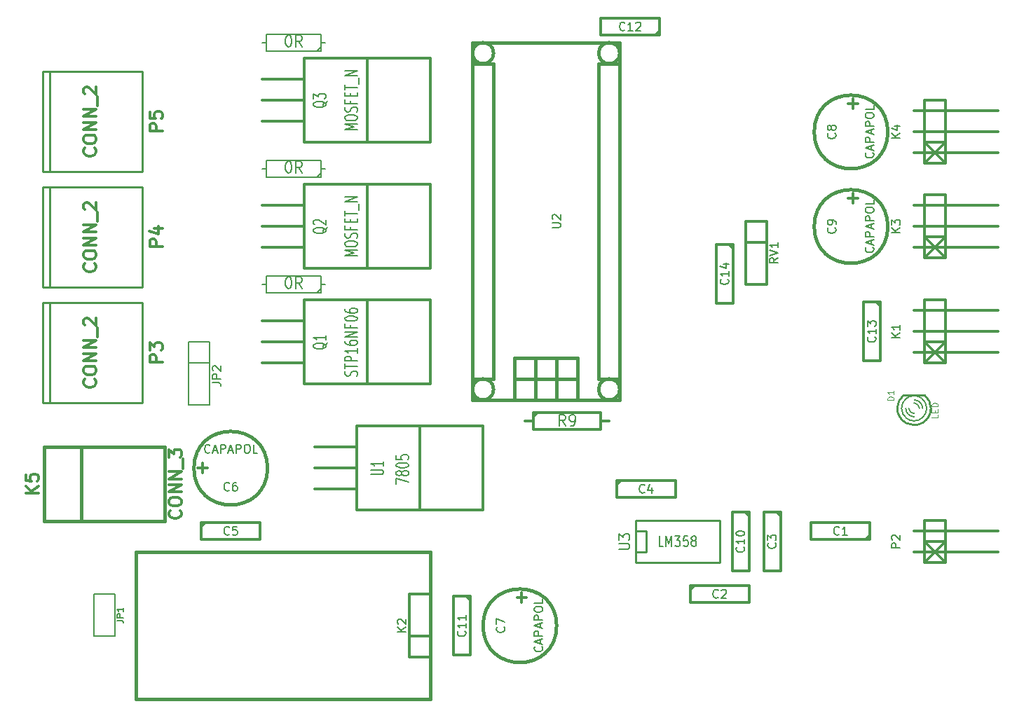
<source format=gto>
G04 #@! TF.GenerationSoftware,KiCad,Pcbnew,5.0.0-fee4fd1~66~ubuntu16.04.1*
G04 #@! TF.CreationDate,2018-09-21T19:17:15+02:00*
G04 #@! TF.ProjectId,smartbed,736D6172746265642E6B696361645F70,rev?*
G04 #@! TF.SameCoordinates,Original*
G04 #@! TF.FileFunction,Legend,Top*
G04 #@! TF.FilePolarity,Positive*
%FSLAX46Y46*%
G04 Gerber Fmt 4.6, Leading zero omitted, Abs format (unit mm)*
G04 Created by KiCad (PCBNEW 5.0.0-fee4fd1~66~ubuntu16.04.1) date Fri Sep 21 19:17:15 2018*
%MOMM*%
%LPD*%
G01*
G04 APERTURE LIST*
%ADD10C,0.381000*%
%ADD11C,0.304800*%
%ADD12C,0.152400*%
%ADD13C,0.254000*%
%ADD14C,0.203200*%
%ADD15C,0.088900*%
G04 APERTURE END LIST*
D10*
X134620000Y-137160000D02*
X134620000Y-119380000D01*
X99060000Y-137160000D02*
X134620000Y-137160000D01*
X99060000Y-119380000D02*
X99060000Y-137160000D01*
X134620000Y-119380000D02*
X99060000Y-119380000D01*
D11*
G04 #@! TO.C,Q2*
X114300000Y-77470000D02*
X119380000Y-77470000D01*
X114300000Y-80010000D02*
X119380000Y-80010000D01*
X114300000Y-82550000D02*
X119380000Y-82550000D01*
X119380000Y-74930000D02*
X134620000Y-74930000D01*
X134620000Y-74930000D02*
X134620000Y-85090000D01*
X134620000Y-85090000D02*
X119380000Y-85090000D01*
X119380000Y-85090000D02*
X119380000Y-74930000D01*
X127000000Y-85090000D02*
X127000000Y-74930000D01*
G04 #@! TO.C,Q1*
X114300000Y-91440000D02*
X119380000Y-91440000D01*
X114300000Y-93980000D02*
X119380000Y-93980000D01*
X114300000Y-96520000D02*
X119380000Y-96520000D01*
X119380000Y-88900000D02*
X134620000Y-88900000D01*
X134620000Y-88900000D02*
X134620000Y-99060000D01*
X134620000Y-99060000D02*
X119380000Y-99060000D01*
X119380000Y-99060000D02*
X119380000Y-88900000D01*
X127000000Y-99060000D02*
X127000000Y-88900000D01*
G04 #@! TO.C,Q3*
X114300000Y-62230000D02*
X119380000Y-62230000D01*
X114300000Y-64770000D02*
X119380000Y-64770000D01*
X114300000Y-67310000D02*
X119380000Y-67310000D01*
X119380000Y-59690000D02*
X134620000Y-59690000D01*
X134620000Y-59690000D02*
X134620000Y-69850000D01*
X134620000Y-69850000D02*
X119380000Y-69850000D01*
X119380000Y-69850000D02*
X119380000Y-59690000D01*
X127000000Y-69850000D02*
X127000000Y-59690000D01*
G04 #@! TO.C,K3*
X194310000Y-83820000D02*
X196850000Y-81280000D01*
X194310000Y-81280000D02*
X196850000Y-83820000D01*
X194310000Y-83820000D02*
X194310000Y-76200000D01*
X194310000Y-76200000D02*
X196850000Y-76200000D01*
X196850000Y-76200000D02*
X196850000Y-83820000D01*
X194310000Y-81280000D02*
X196850000Y-81280000D01*
X193040000Y-82550000D02*
X203200000Y-82550000D01*
X203200000Y-77470000D02*
X193040000Y-77470000D01*
X193040000Y-80010000D02*
X203200000Y-80010000D01*
X196850000Y-83820000D02*
X194310000Y-83820000D01*
G04 #@! TO.C,K1*
X194310000Y-96520000D02*
X196850000Y-93980000D01*
X194310000Y-93980000D02*
X196850000Y-96520000D01*
X194310000Y-96520000D02*
X194310000Y-88900000D01*
X194310000Y-88900000D02*
X196850000Y-88900000D01*
X196850000Y-88900000D02*
X196850000Y-96520000D01*
X194310000Y-93980000D02*
X196850000Y-93980000D01*
X193040000Y-95250000D02*
X203200000Y-95250000D01*
X203200000Y-90170000D02*
X193040000Y-90170000D01*
X193040000Y-92710000D02*
X203200000Y-92710000D01*
X196850000Y-96520000D02*
X194310000Y-96520000D01*
G04 #@! TO.C,K4*
X194310000Y-72390000D02*
X196850000Y-69850000D01*
X194310000Y-69850000D02*
X196850000Y-72390000D01*
X194310000Y-72390000D02*
X194310000Y-64770000D01*
X194310000Y-64770000D02*
X196850000Y-64770000D01*
X196850000Y-64770000D02*
X196850000Y-72390000D01*
X194310000Y-69850000D02*
X196850000Y-69850000D01*
X193040000Y-71120000D02*
X203200000Y-71120000D01*
X203200000Y-66040000D02*
X193040000Y-66040000D01*
X193040000Y-68580000D02*
X203200000Y-68580000D01*
X196850000Y-72390000D02*
X194310000Y-72390000D01*
G04 #@! TO.C,RV1*
X172720000Y-81915000D02*
X175260000Y-81915000D01*
X175260000Y-79375000D02*
X175260000Y-86995000D01*
X175260000Y-86995000D02*
X172720000Y-86995000D01*
X172720000Y-86995000D02*
X172720000Y-79375000D01*
X172720000Y-79375000D02*
X175260000Y-79375000D01*
G04 #@! TO.C,K2*
X134620000Y-129540000D02*
X132080000Y-129540000D01*
X132080000Y-132080000D02*
X132080000Y-124460000D01*
X132080000Y-124460000D02*
X134620000Y-124460000D01*
X134620000Y-124460000D02*
X134620000Y-132080000D01*
X134620000Y-132080000D02*
X132080000Y-132080000D01*
G04 #@! TO.C,P2*
X196850000Y-118110000D02*
X194310000Y-120650000D01*
X196850000Y-118110000D02*
X194310000Y-118110000D01*
X194310000Y-118110000D02*
X196850000Y-120650000D01*
X196850000Y-120650000D02*
X196850000Y-115570000D01*
X196850000Y-115570000D02*
X194310000Y-115570000D01*
X194310000Y-115570000D02*
X194310000Y-120650000D01*
X193040000Y-119380000D02*
X203200000Y-119380000D01*
X193040000Y-116840000D02*
X203200000Y-116840000D01*
X196850000Y-120650000D02*
X194310000Y-120650000D01*
D12*
G04 #@! TO.C,JP2*
X105410000Y-93980000D02*
X107950000Y-93980000D01*
X107950000Y-93980000D02*
X107950000Y-101600000D01*
X107950000Y-101600000D02*
X105410000Y-101600000D01*
X105410000Y-101600000D02*
X105410000Y-93980000D01*
X107950000Y-96520000D02*
X105410000Y-96520000D01*
G04 #@! TO.C,JP1*
X93980000Y-124460000D02*
X96520000Y-124460000D01*
X96520000Y-124460000D02*
X96520000Y-129540000D01*
X96520000Y-129540000D02*
X93980000Y-129540000D01*
X93980000Y-129540000D02*
X93980000Y-124460000D01*
D13*
G04 #@! TO.C,P4*
X88590120Y-87330280D02*
X88590120Y-75229720D01*
X99788980Y-75229720D02*
X99788980Y-87330280D01*
X99788980Y-87330280D02*
X87790020Y-87330280D01*
X87790020Y-75229720D02*
X87790020Y-87330280D01*
X99788980Y-75229720D02*
X87790020Y-75229720D01*
G04 #@! TO.C,P5*
X88590120Y-73360280D02*
X88590120Y-61259720D01*
X99788980Y-61259720D02*
X99788980Y-73360280D01*
X99788980Y-73360280D02*
X87790020Y-73360280D01*
X87790020Y-61259720D02*
X87790020Y-73360280D01*
X99788980Y-61259720D02*
X87790020Y-61259720D01*
G04 #@! TO.C,P3*
X88590120Y-101300280D02*
X88590120Y-89199720D01*
X99788980Y-89199720D02*
X99788980Y-101300280D01*
X99788980Y-101300280D02*
X87790020Y-101300280D01*
X87790020Y-89199720D02*
X87790020Y-101300280D01*
X99788980Y-89199720D02*
X87790020Y-89199720D01*
G04 #@! TO.C,D1*
X194310000Y-100406200D02*
X191770000Y-100406200D01*
D12*
X192064473Y-103151864D02*
G75*
G03X193040000Y-103505000I975527J1170864D01*
G01*
X193040469Y-103503111D02*
G75*
G03X194050920Y-103118920I-469J1522111D01*
G01*
X193039966Y-100458853D02*
G75*
G03X192049400Y-100825300I34J-1522147D01*
G01*
X194015527Y-100810136D02*
G75*
G03X193040000Y-100457000I-975527J-1170864D01*
G01*
X192152845Y-100741834D02*
G75*
G03X191516000Y-101981000I887155J-1239166D01*
G01*
X191516000Y-101981801D02*
G75*
G03X192125600Y-103200200I1524000J801D01*
G01*
X194562206Y-101980558D02*
G75*
G03X193974720Y-100779580I-1522206J-442D01*
G01*
X193976171Y-103183564D02*
G75*
G03X194564000Y-101981000I-936171J1202564D01*
G01*
X192405000Y-101981000D02*
G75*
G03X193040000Y-102616000I635000J0D01*
G01*
X192024000Y-101981000D02*
G75*
G03X193040000Y-102997000I1016000J0D01*
G01*
X193675000Y-101981000D02*
G75*
G03X193040000Y-101346000I-635000J0D01*
G01*
X194056000Y-101981000D02*
G75*
G03X193040000Y-100965000I-1016000J0D01*
G01*
D13*
X191736574Y-100422120D02*
G75*
G03X191008000Y-101981000I1303426J-1558880D01*
G01*
X191010540Y-101981975D02*
G75*
G03X192084960Y-103771700I2029460J975D01*
G01*
X195069386Y-101978448D02*
G75*
G03X194350640Y-100431600I-2029386J-2552D01*
G01*
X194049851Y-103744299D02*
G75*
G03X195072000Y-101981000I-1009851J1763299D01*
G01*
X192076653Y-103770130D02*
G75*
G03X193040000Y-104013000I963347J1789130D01*
G01*
X193040100Y-104011923D02*
G75*
G03X194104260Y-103710740I-100J2030923D01*
G01*
G04 #@! TO.C,U3*
X159385000Y-116840000D02*
X160655000Y-116840000D01*
X160655000Y-116840000D02*
X160655000Y-119380000D01*
X160655000Y-119380000D02*
X159385000Y-119380000D01*
X159385000Y-115570000D02*
X169545000Y-115570000D01*
X169545000Y-115570000D02*
X169545000Y-120650000D01*
X169545000Y-120650000D02*
X159385000Y-120650000D01*
X159385000Y-120650000D02*
X159385000Y-115570000D01*
D11*
G04 #@! TO.C,C1*
X187706000Y-117856000D02*
X180594000Y-117856000D01*
X180594000Y-117856000D02*
X180594000Y-115824000D01*
X180594000Y-115824000D02*
X187706000Y-115824000D01*
X187706000Y-115824000D02*
X187706000Y-117856000D01*
X187706000Y-117348000D02*
X187198000Y-117856000D01*
G04 #@! TO.C,C13*
X188976000Y-89154000D02*
X188976000Y-96266000D01*
X188976000Y-96266000D02*
X186944000Y-96266000D01*
X186944000Y-96266000D02*
X186944000Y-89154000D01*
X186944000Y-89154000D02*
X188976000Y-89154000D01*
X188468000Y-89154000D02*
X188976000Y-89662000D01*
G04 #@! TO.C,C12*
X162306000Y-56896000D02*
X155194000Y-56896000D01*
X155194000Y-56896000D02*
X155194000Y-54864000D01*
X155194000Y-54864000D02*
X162306000Y-54864000D01*
X162306000Y-54864000D02*
X162306000Y-56896000D01*
X162306000Y-56388000D02*
X161798000Y-56896000D01*
G04 #@! TO.C,C11*
X139446000Y-124714000D02*
X139446000Y-131826000D01*
X139446000Y-131826000D02*
X137414000Y-131826000D01*
X137414000Y-131826000D02*
X137414000Y-124714000D01*
X137414000Y-124714000D02*
X139446000Y-124714000D01*
X138938000Y-124714000D02*
X139446000Y-125222000D01*
G04 #@! TO.C,C10*
X173101000Y-114554000D02*
X173101000Y-121666000D01*
X173101000Y-121666000D02*
X171069000Y-121666000D01*
X171069000Y-121666000D02*
X171069000Y-114554000D01*
X171069000Y-114554000D02*
X173101000Y-114554000D01*
X172593000Y-114554000D02*
X173101000Y-115062000D01*
G04 #@! TO.C,C5*
X106934000Y-115824000D02*
X114046000Y-115824000D01*
X114046000Y-115824000D02*
X114046000Y-117856000D01*
X114046000Y-117856000D02*
X106934000Y-117856000D01*
X106934000Y-117856000D02*
X106934000Y-115824000D01*
X106934000Y-116332000D02*
X107442000Y-115824000D01*
G04 #@! TO.C,C4*
X157099000Y-110744000D02*
X164211000Y-110744000D01*
X164211000Y-110744000D02*
X164211000Y-112776000D01*
X164211000Y-112776000D02*
X157099000Y-112776000D01*
X157099000Y-112776000D02*
X157099000Y-110744000D01*
X157099000Y-111252000D02*
X157607000Y-110744000D01*
G04 #@! TO.C,C3*
X176911000Y-114554000D02*
X176911000Y-121666000D01*
X176911000Y-121666000D02*
X174879000Y-121666000D01*
X174879000Y-121666000D02*
X174879000Y-114554000D01*
X174879000Y-114554000D02*
X176911000Y-114554000D01*
X176403000Y-114554000D02*
X176911000Y-115062000D01*
G04 #@! TO.C,C2*
X165989000Y-123444000D02*
X173101000Y-123444000D01*
X173101000Y-123444000D02*
X173101000Y-125476000D01*
X173101000Y-125476000D02*
X165989000Y-125476000D01*
X165989000Y-125476000D02*
X165989000Y-123444000D01*
X165989000Y-123952000D02*
X166497000Y-123444000D01*
D10*
G04 #@! TO.C,C9*
X189865000Y-80010000D02*
G75*
G03X189865000Y-80010000I-4445000J0D01*
G01*
G04 #@! TO.C,C8*
X189865000Y-68580000D02*
G75*
G03X189865000Y-68580000I-4445000J0D01*
G01*
G04 #@! TO.C,C7*
X149860000Y-128270000D02*
G75*
G03X149860000Y-128270000I-4445000J0D01*
G01*
G04 #@! TO.C,C6*
X114935000Y-109220000D02*
G75*
G03X114935000Y-109220000I-4445000J0D01*
G01*
G04 #@! TO.C,U2*
X147320000Y-95885000D02*
X147320000Y-100965000D01*
X149860000Y-95885000D02*
X149860000Y-100965000D01*
X144780000Y-98425000D02*
X152400000Y-98425000D01*
X144780000Y-100965000D02*
X144780000Y-95885000D01*
X144780000Y-95885000D02*
X152400000Y-95885000D01*
X152400000Y-95885000D02*
X152400000Y-100965000D01*
X139700000Y-57785000D02*
X139700000Y-100965000D01*
X157480000Y-100965000D02*
X157480000Y-57785000D01*
X157480000Y-100965000D02*
X139700000Y-100965000D01*
X157480000Y-57785000D02*
X139700000Y-57785000D01*
X142240000Y-99695000D02*
G75*
G03X142240000Y-99695000I-1270000J0D01*
G01*
X157480000Y-99695000D02*
G75*
G03X157480000Y-99695000I-1270000J0D01*
G01*
X142240000Y-59055000D02*
G75*
G03X142240000Y-59055000I-1270000J0D01*
G01*
X157480000Y-59055000D02*
G75*
G03X157480000Y-59055000I-1270000J0D01*
G01*
X142240000Y-60325000D02*
X142240000Y-98425000D01*
X154940000Y-98425000D02*
X154940000Y-60325000D01*
X157480000Y-60325000D02*
X154940000Y-60325000D01*
X142240000Y-60325000D02*
X139700000Y-60325000D01*
X139700000Y-98425000D02*
X142240000Y-98425000D01*
X157480000Y-98425000D02*
X154940000Y-98425000D01*
D11*
G04 #@! TO.C,U1*
X120650000Y-106680000D02*
X125730000Y-106680000D01*
X120650000Y-109220000D02*
X125730000Y-109220000D01*
X120650000Y-111760000D02*
X125730000Y-111760000D01*
X125730000Y-105410000D02*
X125730000Y-114300000D01*
X125730000Y-114300000D02*
X140970000Y-114300000D01*
X140970000Y-114300000D02*
X140970000Y-104140000D01*
X125730000Y-105410000D02*
X125730000Y-104140000D01*
X133350000Y-113030000D02*
X133350000Y-104140000D01*
X133350000Y-113030000D02*
X133350000Y-114300000D01*
X125730000Y-104140000D02*
X140970000Y-104140000D01*
G04 #@! TO.C,C14*
X171196000Y-82169000D02*
X171196000Y-89281000D01*
X171196000Y-89281000D02*
X169164000Y-89281000D01*
X169164000Y-89281000D02*
X169164000Y-82169000D01*
X169164000Y-82169000D02*
X171196000Y-82169000D01*
X170688000Y-82169000D02*
X171196000Y-82677000D01*
D14*
G04 #@! TO.C,R10*
X121920000Y-86995000D02*
X121412000Y-86995000D01*
X114300000Y-86995000D02*
X114808000Y-86995000D01*
X114808000Y-86995000D02*
X114808000Y-88011000D01*
X114808000Y-88011000D02*
X121412000Y-88011000D01*
X121412000Y-88011000D02*
X121412000Y-85979000D01*
X121412000Y-85979000D02*
X114808000Y-85979000D01*
X114808000Y-85979000D02*
X114808000Y-86995000D01*
X121412000Y-87503000D02*
X120904000Y-88011000D01*
G04 #@! TO.C,R11*
X121920000Y-73025000D02*
X121412000Y-73025000D01*
X114300000Y-73025000D02*
X114808000Y-73025000D01*
X114808000Y-73025000D02*
X114808000Y-74041000D01*
X114808000Y-74041000D02*
X121412000Y-74041000D01*
X121412000Y-74041000D02*
X121412000Y-72009000D01*
X121412000Y-72009000D02*
X114808000Y-72009000D01*
X114808000Y-72009000D02*
X114808000Y-73025000D01*
X121412000Y-73533000D02*
X120904000Y-74041000D01*
G04 #@! TO.C,R12*
X121920000Y-57785000D02*
X121412000Y-57785000D01*
X114300000Y-57785000D02*
X114808000Y-57785000D01*
X114808000Y-57785000D02*
X114808000Y-58801000D01*
X114808000Y-58801000D02*
X121412000Y-58801000D01*
X121412000Y-58801000D02*
X121412000Y-56769000D01*
X121412000Y-56769000D02*
X114808000Y-56769000D01*
X114808000Y-56769000D02*
X114808000Y-57785000D01*
X121412000Y-58293000D02*
X120904000Y-58801000D01*
D11*
G04 #@! TO.C,R9*
X146050000Y-103505000D02*
X147066000Y-103505000D01*
X147066000Y-103505000D02*
X147066000Y-102489000D01*
X147066000Y-102489000D02*
X155194000Y-102489000D01*
X155194000Y-102489000D02*
X155194000Y-104521000D01*
X155194000Y-104521000D02*
X147066000Y-104521000D01*
X147066000Y-104521000D02*
X147066000Y-103505000D01*
X147066000Y-102997000D02*
X147574000Y-102489000D01*
X156210000Y-103505000D02*
X155194000Y-103505000D01*
D10*
G04 #@! TO.C,K5*
X92450920Y-106624120D02*
X92450920Y-115625880D01*
X87950040Y-106624120D02*
X87950040Y-115625880D01*
X87950040Y-115625880D02*
X102549960Y-115625880D01*
X102549960Y-115625880D02*
X102549960Y-106624120D01*
X102549960Y-106624120D02*
X87950040Y-106624120D01*
G04 #@! TO.C,Q2*
D14*
X122119571Y-80106761D02*
X122047000Y-80203523D01*
X121901857Y-80300285D01*
X121684142Y-80445428D01*
X121611571Y-80542190D01*
X121611571Y-80638952D01*
X121974428Y-80590571D02*
X121901857Y-80687333D01*
X121756714Y-80784095D01*
X121466428Y-80832476D01*
X120958428Y-80832476D01*
X120668142Y-80784095D01*
X120523000Y-80687333D01*
X120450428Y-80590571D01*
X120450428Y-80397047D01*
X120523000Y-80300285D01*
X120668142Y-80203523D01*
X120958428Y-80155142D01*
X121466428Y-80155142D01*
X121756714Y-80203523D01*
X121901857Y-80300285D01*
X121974428Y-80397047D01*
X121974428Y-80590571D01*
X120595571Y-79768095D02*
X120523000Y-79719714D01*
X120450428Y-79622952D01*
X120450428Y-79381047D01*
X120523000Y-79284285D01*
X120595571Y-79235904D01*
X120740714Y-79187523D01*
X120885857Y-79187523D01*
X121103571Y-79235904D01*
X121974428Y-79816476D01*
X121974428Y-79187523D01*
X125784428Y-83566000D02*
X124260428Y-83566000D01*
X125349000Y-83227333D01*
X124260428Y-82888666D01*
X125784428Y-82888666D01*
X124260428Y-82211333D02*
X124260428Y-82017809D01*
X124333000Y-81921047D01*
X124478142Y-81824285D01*
X124768428Y-81775904D01*
X125276428Y-81775904D01*
X125566714Y-81824285D01*
X125711857Y-81921047D01*
X125784428Y-82017809D01*
X125784428Y-82211333D01*
X125711857Y-82308095D01*
X125566714Y-82404857D01*
X125276428Y-82453238D01*
X124768428Y-82453238D01*
X124478142Y-82404857D01*
X124333000Y-82308095D01*
X124260428Y-82211333D01*
X125711857Y-81388857D02*
X125784428Y-81243714D01*
X125784428Y-81001809D01*
X125711857Y-80905047D01*
X125639285Y-80856666D01*
X125494142Y-80808285D01*
X125349000Y-80808285D01*
X125203857Y-80856666D01*
X125131285Y-80905047D01*
X125058714Y-81001809D01*
X124986142Y-81195333D01*
X124913571Y-81292095D01*
X124841000Y-81340476D01*
X124695857Y-81388857D01*
X124550714Y-81388857D01*
X124405571Y-81340476D01*
X124333000Y-81292095D01*
X124260428Y-81195333D01*
X124260428Y-80953428D01*
X124333000Y-80808285D01*
X124986142Y-80034190D02*
X124986142Y-80372857D01*
X125784428Y-80372857D02*
X124260428Y-80372857D01*
X124260428Y-79889047D01*
X124986142Y-79502000D02*
X124986142Y-79163333D01*
X125784428Y-79018190D02*
X125784428Y-79502000D01*
X124260428Y-79502000D01*
X124260428Y-79018190D01*
X124260428Y-78727904D02*
X124260428Y-78147333D01*
X125784428Y-78437619D02*
X124260428Y-78437619D01*
X125929571Y-78050571D02*
X125929571Y-77276476D01*
X125784428Y-77034571D02*
X124260428Y-77034571D01*
X125784428Y-76454000D01*
X124260428Y-76454000D01*
G04 #@! TO.C,Q1*
X122119571Y-94076761D02*
X122047000Y-94173523D01*
X121901857Y-94270285D01*
X121684142Y-94415428D01*
X121611571Y-94512190D01*
X121611571Y-94608952D01*
X121974428Y-94560571D02*
X121901857Y-94657333D01*
X121756714Y-94754095D01*
X121466428Y-94802476D01*
X120958428Y-94802476D01*
X120668142Y-94754095D01*
X120523000Y-94657333D01*
X120450428Y-94560571D01*
X120450428Y-94367047D01*
X120523000Y-94270285D01*
X120668142Y-94173523D01*
X120958428Y-94125142D01*
X121466428Y-94125142D01*
X121756714Y-94173523D01*
X121901857Y-94270285D01*
X121974428Y-94367047D01*
X121974428Y-94560571D01*
X121974428Y-93157523D02*
X121974428Y-93738095D01*
X121974428Y-93447809D02*
X120450428Y-93447809D01*
X120668142Y-93544571D01*
X120813285Y-93641333D01*
X120885857Y-93738095D01*
X125711857Y-98068190D02*
X125784428Y-97923047D01*
X125784428Y-97681142D01*
X125711857Y-97584380D01*
X125639285Y-97536000D01*
X125494142Y-97487619D01*
X125349000Y-97487619D01*
X125203857Y-97536000D01*
X125131285Y-97584380D01*
X125058714Y-97681142D01*
X124986142Y-97874666D01*
X124913571Y-97971428D01*
X124841000Y-98019809D01*
X124695857Y-98068190D01*
X124550714Y-98068190D01*
X124405571Y-98019809D01*
X124333000Y-97971428D01*
X124260428Y-97874666D01*
X124260428Y-97632761D01*
X124333000Y-97487619D01*
X124260428Y-97197333D02*
X124260428Y-96616761D01*
X125784428Y-96907047D02*
X124260428Y-96907047D01*
X125784428Y-96278095D02*
X124260428Y-96278095D01*
X124260428Y-95891047D01*
X124333000Y-95794285D01*
X124405571Y-95745904D01*
X124550714Y-95697523D01*
X124768428Y-95697523D01*
X124913571Y-95745904D01*
X124986142Y-95794285D01*
X125058714Y-95891047D01*
X125058714Y-96278095D01*
X125784428Y-94729904D02*
X125784428Y-95310476D01*
X125784428Y-95020190D02*
X124260428Y-95020190D01*
X124478142Y-95116952D01*
X124623285Y-95213714D01*
X124695857Y-95310476D01*
X124260428Y-93859047D02*
X124260428Y-94052571D01*
X124333000Y-94149333D01*
X124405571Y-94197714D01*
X124623285Y-94294476D01*
X124913571Y-94342857D01*
X125494142Y-94342857D01*
X125639285Y-94294476D01*
X125711857Y-94246095D01*
X125784428Y-94149333D01*
X125784428Y-93955809D01*
X125711857Y-93859047D01*
X125639285Y-93810666D01*
X125494142Y-93762285D01*
X125131285Y-93762285D01*
X124986142Y-93810666D01*
X124913571Y-93859047D01*
X124841000Y-93955809D01*
X124841000Y-94149333D01*
X124913571Y-94246095D01*
X124986142Y-94294476D01*
X125131285Y-94342857D01*
X125784428Y-93326857D02*
X124260428Y-93326857D01*
X125784428Y-92746285D01*
X124260428Y-92746285D01*
X124986142Y-91923809D02*
X124986142Y-92262476D01*
X125784428Y-92262476D02*
X124260428Y-92262476D01*
X124260428Y-91778666D01*
X124260428Y-91198095D02*
X124260428Y-91101333D01*
X124333000Y-91004571D01*
X124405571Y-90956190D01*
X124550714Y-90907809D01*
X124841000Y-90859428D01*
X125203857Y-90859428D01*
X125494142Y-90907809D01*
X125639285Y-90956190D01*
X125711857Y-91004571D01*
X125784428Y-91101333D01*
X125784428Y-91198095D01*
X125711857Y-91294857D01*
X125639285Y-91343238D01*
X125494142Y-91391619D01*
X125203857Y-91440000D01*
X124841000Y-91440000D01*
X124550714Y-91391619D01*
X124405571Y-91343238D01*
X124333000Y-91294857D01*
X124260428Y-91198095D01*
X124260428Y-89988571D02*
X124260428Y-90182095D01*
X124333000Y-90278857D01*
X124405571Y-90327238D01*
X124623285Y-90424000D01*
X124913571Y-90472380D01*
X125494142Y-90472380D01*
X125639285Y-90424000D01*
X125711857Y-90375619D01*
X125784428Y-90278857D01*
X125784428Y-90085333D01*
X125711857Y-89988571D01*
X125639285Y-89940190D01*
X125494142Y-89891809D01*
X125131285Y-89891809D01*
X124986142Y-89940190D01*
X124913571Y-89988571D01*
X124841000Y-90085333D01*
X124841000Y-90278857D01*
X124913571Y-90375619D01*
X124986142Y-90424000D01*
X125131285Y-90472380D01*
G04 #@! TO.C,Q3*
X122119571Y-64866761D02*
X122047000Y-64963523D01*
X121901857Y-65060285D01*
X121684142Y-65205428D01*
X121611571Y-65302190D01*
X121611571Y-65398952D01*
X121974428Y-65350571D02*
X121901857Y-65447333D01*
X121756714Y-65544095D01*
X121466428Y-65592476D01*
X120958428Y-65592476D01*
X120668142Y-65544095D01*
X120523000Y-65447333D01*
X120450428Y-65350571D01*
X120450428Y-65157047D01*
X120523000Y-65060285D01*
X120668142Y-64963523D01*
X120958428Y-64915142D01*
X121466428Y-64915142D01*
X121756714Y-64963523D01*
X121901857Y-65060285D01*
X121974428Y-65157047D01*
X121974428Y-65350571D01*
X120450428Y-64576476D02*
X120450428Y-63947523D01*
X121031000Y-64286190D01*
X121031000Y-64141047D01*
X121103571Y-64044285D01*
X121176142Y-63995904D01*
X121321285Y-63947523D01*
X121684142Y-63947523D01*
X121829285Y-63995904D01*
X121901857Y-64044285D01*
X121974428Y-64141047D01*
X121974428Y-64431333D01*
X121901857Y-64528095D01*
X121829285Y-64576476D01*
X125784428Y-68326000D02*
X124260428Y-68326000D01*
X125349000Y-67987333D01*
X124260428Y-67648666D01*
X125784428Y-67648666D01*
X124260428Y-66971333D02*
X124260428Y-66777809D01*
X124333000Y-66681047D01*
X124478142Y-66584285D01*
X124768428Y-66535904D01*
X125276428Y-66535904D01*
X125566714Y-66584285D01*
X125711857Y-66681047D01*
X125784428Y-66777809D01*
X125784428Y-66971333D01*
X125711857Y-67068095D01*
X125566714Y-67164857D01*
X125276428Y-67213238D01*
X124768428Y-67213238D01*
X124478142Y-67164857D01*
X124333000Y-67068095D01*
X124260428Y-66971333D01*
X125711857Y-66148857D02*
X125784428Y-66003714D01*
X125784428Y-65761809D01*
X125711857Y-65665047D01*
X125639285Y-65616666D01*
X125494142Y-65568285D01*
X125349000Y-65568285D01*
X125203857Y-65616666D01*
X125131285Y-65665047D01*
X125058714Y-65761809D01*
X124986142Y-65955333D01*
X124913571Y-66052095D01*
X124841000Y-66100476D01*
X124695857Y-66148857D01*
X124550714Y-66148857D01*
X124405571Y-66100476D01*
X124333000Y-66052095D01*
X124260428Y-65955333D01*
X124260428Y-65713428D01*
X124333000Y-65568285D01*
X124986142Y-64794190D02*
X124986142Y-65132857D01*
X125784428Y-65132857D02*
X124260428Y-65132857D01*
X124260428Y-64649047D01*
X124986142Y-64262000D02*
X124986142Y-63923333D01*
X125784428Y-63778190D02*
X125784428Y-64262000D01*
X124260428Y-64262000D01*
X124260428Y-63778190D01*
X124260428Y-63487904D02*
X124260428Y-62907333D01*
X125784428Y-63197619D02*
X124260428Y-63197619D01*
X125929571Y-62810571D02*
X125929571Y-62036476D01*
X125784428Y-61794571D02*
X124260428Y-61794571D01*
X125784428Y-61214000D01*
X124260428Y-61214000D01*
G04 #@! TO.C,K3*
X191340619Y-80759904D02*
X190324619Y-80759904D01*
X191340619Y-80179333D02*
X190760047Y-80614761D01*
X190324619Y-80179333D02*
X190905190Y-80759904D01*
X190324619Y-79840666D02*
X190324619Y-79211714D01*
X190711666Y-79550380D01*
X190711666Y-79405238D01*
X190760047Y-79308476D01*
X190808428Y-79260095D01*
X190905190Y-79211714D01*
X191147095Y-79211714D01*
X191243857Y-79260095D01*
X191292238Y-79308476D01*
X191340619Y-79405238D01*
X191340619Y-79695523D01*
X191292238Y-79792285D01*
X191243857Y-79840666D01*
G04 #@! TO.C,K1*
X191340619Y-93459904D02*
X190324619Y-93459904D01*
X191340619Y-92879333D02*
X190760047Y-93314761D01*
X190324619Y-92879333D02*
X190905190Y-93459904D01*
X191340619Y-91911714D02*
X191340619Y-92492285D01*
X191340619Y-92202000D02*
X190324619Y-92202000D01*
X190469761Y-92298761D01*
X190566523Y-92395523D01*
X190614904Y-92492285D01*
G04 #@! TO.C,K4*
X191340619Y-69329904D02*
X190324619Y-69329904D01*
X191340619Y-68749333D02*
X190760047Y-69184761D01*
X190324619Y-68749333D02*
X190905190Y-69329904D01*
X190663285Y-67878476D02*
X191340619Y-67878476D01*
X190276238Y-68120380D02*
X191001952Y-68362285D01*
X191001952Y-67733333D01*
G04 #@! TO.C,RV1*
X176608619Y-83789761D02*
X176124809Y-84128428D01*
X176608619Y-84370333D02*
X175592619Y-84370333D01*
X175592619Y-83983285D01*
X175641000Y-83886523D01*
X175689380Y-83838142D01*
X175786142Y-83789761D01*
X175931285Y-83789761D01*
X176028047Y-83838142D01*
X176076428Y-83886523D01*
X176124809Y-83983285D01*
X176124809Y-84370333D01*
X175592619Y-83499476D02*
X176608619Y-83160809D01*
X175592619Y-82822142D01*
X176608619Y-81951285D02*
X176608619Y-82531857D01*
X176608619Y-82241571D02*
X175592619Y-82241571D01*
X175737761Y-82338333D01*
X175834523Y-82435095D01*
X175882904Y-82531857D01*
G04 #@! TO.C,K2*
X131650619Y-129019904D02*
X130634619Y-129019904D01*
X131650619Y-128439333D02*
X131070047Y-128874761D01*
X130634619Y-128439333D02*
X131215190Y-129019904D01*
X130731380Y-128052285D02*
X130683000Y-128003904D01*
X130634619Y-127907142D01*
X130634619Y-127665238D01*
X130683000Y-127568476D01*
X130731380Y-127520095D01*
X130828142Y-127471714D01*
X130924904Y-127471714D01*
X131070047Y-127520095D01*
X131650619Y-128100666D01*
X131650619Y-127471714D01*
G04 #@! TO.C,P2*
X191340619Y-118859904D02*
X190324619Y-118859904D01*
X190324619Y-118472857D01*
X190373000Y-118376095D01*
X190421380Y-118327714D01*
X190518142Y-118279333D01*
X190663285Y-118279333D01*
X190760047Y-118327714D01*
X190808428Y-118376095D01*
X190856809Y-118472857D01*
X190856809Y-118859904D01*
X190421380Y-117892285D02*
X190373000Y-117843904D01*
X190324619Y-117747142D01*
X190324619Y-117505238D01*
X190373000Y-117408476D01*
X190421380Y-117360095D01*
X190518142Y-117311714D01*
X190614904Y-117311714D01*
X190760047Y-117360095D01*
X191340619Y-117940666D01*
X191340619Y-117311714D01*
G04 #@! TO.C,JP2*
D12*
X108282619Y-98890666D02*
X109008333Y-98890666D01*
X109153476Y-98939047D01*
X109250238Y-99035809D01*
X109298619Y-99180952D01*
X109298619Y-99277714D01*
X109298619Y-98406857D02*
X108282619Y-98406857D01*
X108282619Y-98019809D01*
X108331000Y-97923047D01*
X108379380Y-97874666D01*
X108476142Y-97826285D01*
X108621285Y-97826285D01*
X108718047Y-97874666D01*
X108766428Y-97923047D01*
X108814809Y-98019809D01*
X108814809Y-98406857D01*
X108379380Y-97439238D02*
X108331000Y-97390857D01*
X108282619Y-97294095D01*
X108282619Y-97052190D01*
X108331000Y-96955428D01*
X108379380Y-96907047D01*
X108476142Y-96858666D01*
X108572904Y-96858666D01*
X108718047Y-96907047D01*
X109298619Y-97487619D01*
X109298619Y-96858666D01*
G04 #@! TO.C,JP1*
X96737714Y-127635000D02*
X97282000Y-127635000D01*
X97390857Y-127671285D01*
X97463428Y-127743857D01*
X97499714Y-127852714D01*
X97499714Y-127925285D01*
X97499714Y-127272142D02*
X96737714Y-127272142D01*
X96737714Y-126981857D01*
X96774000Y-126909285D01*
X96810285Y-126873000D01*
X96882857Y-126836714D01*
X96991714Y-126836714D01*
X97064285Y-126873000D01*
X97100571Y-126909285D01*
X97136857Y-126981857D01*
X97136857Y-127272142D01*
X97499714Y-126111000D02*
X97499714Y-126546428D01*
X97499714Y-126328714D02*
X96737714Y-126328714D01*
X96846571Y-126401285D01*
X96919142Y-126473857D01*
X96955428Y-126546428D01*
G04 #@! TO.C,P4*
D11*
X102228468Y-82404857D02*
X100704468Y-82404857D01*
X100704468Y-81824285D01*
X100777040Y-81679142D01*
X100849611Y-81606571D01*
X100994754Y-81534000D01*
X101212468Y-81534000D01*
X101357611Y-81606571D01*
X101430182Y-81679142D01*
X101502754Y-81824285D01*
X101502754Y-82404857D01*
X101212468Y-80227714D02*
X102228468Y-80227714D01*
X100631897Y-80590571D02*
X101720468Y-80953428D01*
X101720468Y-80010000D01*
X94084865Y-84509428D02*
X94157437Y-84582000D01*
X94230008Y-84799714D01*
X94230008Y-84944857D01*
X94157437Y-85162571D01*
X94012294Y-85307714D01*
X93867151Y-85380285D01*
X93576865Y-85452857D01*
X93359151Y-85452857D01*
X93068865Y-85380285D01*
X92923722Y-85307714D01*
X92778580Y-85162571D01*
X92706008Y-84944857D01*
X92706008Y-84799714D01*
X92778580Y-84582000D01*
X92851151Y-84509428D01*
X92706008Y-83566000D02*
X92706008Y-83275714D01*
X92778580Y-83130571D01*
X92923722Y-82985428D01*
X93214008Y-82912857D01*
X93722008Y-82912857D01*
X94012294Y-82985428D01*
X94157437Y-83130571D01*
X94230008Y-83275714D01*
X94230008Y-83566000D01*
X94157437Y-83711142D01*
X94012294Y-83856285D01*
X93722008Y-83928857D01*
X93214008Y-83928857D01*
X92923722Y-83856285D01*
X92778580Y-83711142D01*
X92706008Y-83566000D01*
X94230008Y-82259714D02*
X92706008Y-82259714D01*
X94230008Y-81388857D01*
X92706008Y-81388857D01*
X94230008Y-80663142D02*
X92706008Y-80663142D01*
X94230008Y-79792285D01*
X92706008Y-79792285D01*
X94375151Y-79429428D02*
X94375151Y-78268285D01*
X92851151Y-77978000D02*
X92778580Y-77905428D01*
X92706008Y-77760285D01*
X92706008Y-77397428D01*
X92778580Y-77252285D01*
X92851151Y-77179714D01*
X92996294Y-77107142D01*
X93141437Y-77107142D01*
X93359151Y-77179714D01*
X94230008Y-78050571D01*
X94230008Y-77107142D01*
G04 #@! TO.C,P5*
X102228468Y-68434857D02*
X100704468Y-68434857D01*
X100704468Y-67854285D01*
X100777040Y-67709142D01*
X100849611Y-67636571D01*
X100994754Y-67564000D01*
X101212468Y-67564000D01*
X101357611Y-67636571D01*
X101430182Y-67709142D01*
X101502754Y-67854285D01*
X101502754Y-68434857D01*
X100704468Y-66185142D02*
X100704468Y-66910857D01*
X101430182Y-66983428D01*
X101357611Y-66910857D01*
X101285040Y-66765714D01*
X101285040Y-66402857D01*
X101357611Y-66257714D01*
X101430182Y-66185142D01*
X101575325Y-66112571D01*
X101938182Y-66112571D01*
X102083325Y-66185142D01*
X102155897Y-66257714D01*
X102228468Y-66402857D01*
X102228468Y-66765714D01*
X102155897Y-66910857D01*
X102083325Y-66983428D01*
X94084865Y-70539428D02*
X94157437Y-70612000D01*
X94230008Y-70829714D01*
X94230008Y-70974857D01*
X94157437Y-71192571D01*
X94012294Y-71337714D01*
X93867151Y-71410285D01*
X93576865Y-71482857D01*
X93359151Y-71482857D01*
X93068865Y-71410285D01*
X92923722Y-71337714D01*
X92778580Y-71192571D01*
X92706008Y-70974857D01*
X92706008Y-70829714D01*
X92778580Y-70612000D01*
X92851151Y-70539428D01*
X92706008Y-69596000D02*
X92706008Y-69305714D01*
X92778580Y-69160571D01*
X92923722Y-69015428D01*
X93214008Y-68942857D01*
X93722008Y-68942857D01*
X94012294Y-69015428D01*
X94157437Y-69160571D01*
X94230008Y-69305714D01*
X94230008Y-69596000D01*
X94157437Y-69741142D01*
X94012294Y-69886285D01*
X93722008Y-69958857D01*
X93214008Y-69958857D01*
X92923722Y-69886285D01*
X92778580Y-69741142D01*
X92706008Y-69596000D01*
X94230008Y-68289714D02*
X92706008Y-68289714D01*
X94230008Y-67418857D01*
X92706008Y-67418857D01*
X94230008Y-66693142D02*
X92706008Y-66693142D01*
X94230008Y-65822285D01*
X92706008Y-65822285D01*
X94375151Y-65459428D02*
X94375151Y-64298285D01*
X92851151Y-64008000D02*
X92778580Y-63935428D01*
X92706008Y-63790285D01*
X92706008Y-63427428D01*
X92778580Y-63282285D01*
X92851151Y-63209714D01*
X92996294Y-63137142D01*
X93141437Y-63137142D01*
X93359151Y-63209714D01*
X94230008Y-64080571D01*
X94230008Y-63137142D01*
G04 #@! TO.C,P3*
X102228468Y-96374857D02*
X100704468Y-96374857D01*
X100704468Y-95794285D01*
X100777040Y-95649142D01*
X100849611Y-95576571D01*
X100994754Y-95504000D01*
X101212468Y-95504000D01*
X101357611Y-95576571D01*
X101430182Y-95649142D01*
X101502754Y-95794285D01*
X101502754Y-96374857D01*
X100704468Y-94996000D02*
X100704468Y-94052571D01*
X101285040Y-94560571D01*
X101285040Y-94342857D01*
X101357611Y-94197714D01*
X101430182Y-94125142D01*
X101575325Y-94052571D01*
X101938182Y-94052571D01*
X102083325Y-94125142D01*
X102155897Y-94197714D01*
X102228468Y-94342857D01*
X102228468Y-94778285D01*
X102155897Y-94923428D01*
X102083325Y-94996000D01*
X94084865Y-98479428D02*
X94157437Y-98552000D01*
X94230008Y-98769714D01*
X94230008Y-98914857D01*
X94157437Y-99132571D01*
X94012294Y-99277714D01*
X93867151Y-99350285D01*
X93576865Y-99422857D01*
X93359151Y-99422857D01*
X93068865Y-99350285D01*
X92923722Y-99277714D01*
X92778580Y-99132571D01*
X92706008Y-98914857D01*
X92706008Y-98769714D01*
X92778580Y-98552000D01*
X92851151Y-98479428D01*
X92706008Y-97536000D02*
X92706008Y-97245714D01*
X92778580Y-97100571D01*
X92923722Y-96955428D01*
X93214008Y-96882857D01*
X93722008Y-96882857D01*
X94012294Y-96955428D01*
X94157437Y-97100571D01*
X94230008Y-97245714D01*
X94230008Y-97536000D01*
X94157437Y-97681142D01*
X94012294Y-97826285D01*
X93722008Y-97898857D01*
X93214008Y-97898857D01*
X92923722Y-97826285D01*
X92778580Y-97681142D01*
X92706008Y-97536000D01*
X94230008Y-96229714D02*
X92706008Y-96229714D01*
X94230008Y-95358857D01*
X92706008Y-95358857D01*
X94230008Y-94633142D02*
X92706008Y-94633142D01*
X94230008Y-93762285D01*
X92706008Y-93762285D01*
X94375151Y-93399428D02*
X94375151Y-92238285D01*
X92851151Y-91948000D02*
X92778580Y-91875428D01*
X92706008Y-91730285D01*
X92706008Y-91367428D01*
X92778580Y-91222285D01*
X92851151Y-91149714D01*
X92996294Y-91077142D01*
X93141437Y-91077142D01*
X93359151Y-91149714D01*
X94230008Y-92020571D01*
X94230008Y-91077142D01*
G04 #@! TO.C,D1*
D15*
X190590714Y-101019428D02*
X189828714Y-101019428D01*
X189828714Y-100838000D01*
X189865000Y-100729142D01*
X189937571Y-100656571D01*
X190010142Y-100620285D01*
X190155285Y-100584000D01*
X190264142Y-100584000D01*
X190409285Y-100620285D01*
X190481857Y-100656571D01*
X190554428Y-100729142D01*
X190590714Y-100838000D01*
X190590714Y-101019428D01*
X190590714Y-99858285D02*
X190590714Y-100293714D01*
X190590714Y-100076000D02*
X189828714Y-100076000D01*
X189937571Y-100148571D01*
X190010142Y-100221142D01*
X190046428Y-100293714D01*
X195924714Y-102724857D02*
X195924714Y-103087714D01*
X195162714Y-103087714D01*
X195525571Y-102470857D02*
X195525571Y-102216857D01*
X195924714Y-102108000D02*
X195924714Y-102470857D01*
X195162714Y-102470857D01*
X195162714Y-102108000D01*
X195924714Y-101781428D02*
X195162714Y-101781428D01*
X195162714Y-101600000D01*
X195199000Y-101491142D01*
X195271571Y-101418571D01*
X195344142Y-101382285D01*
X195489285Y-101346000D01*
X195598142Y-101346000D01*
X195743285Y-101382285D01*
X195815857Y-101418571D01*
X195888428Y-101491142D01*
X195924714Y-101600000D01*
X195924714Y-101781428D01*
G04 #@! TO.C,U3*
D14*
X157419523Y-118980857D02*
X158447619Y-118980857D01*
X158568571Y-118926428D01*
X158629047Y-118872000D01*
X158689523Y-118763142D01*
X158689523Y-118545428D01*
X158629047Y-118436571D01*
X158568571Y-118382142D01*
X158447619Y-118327714D01*
X157419523Y-118327714D01*
X157419523Y-117892285D02*
X157419523Y-117184714D01*
X157903333Y-117565714D01*
X157903333Y-117402428D01*
X157963809Y-117293571D01*
X158024285Y-117239142D01*
X158145238Y-117184714D01*
X158447619Y-117184714D01*
X158568571Y-117239142D01*
X158629047Y-117293571D01*
X158689523Y-117402428D01*
X158689523Y-117729000D01*
X158629047Y-117837857D01*
X158568571Y-117892285D01*
X162747476Y-118684523D02*
X162263666Y-118684523D01*
X162263666Y-117414523D01*
X163086142Y-118684523D02*
X163086142Y-117414523D01*
X163424809Y-118321666D01*
X163763476Y-117414523D01*
X163763476Y-118684523D01*
X164150523Y-117414523D02*
X164779476Y-117414523D01*
X164440809Y-117898333D01*
X164585952Y-117898333D01*
X164682714Y-117958809D01*
X164731095Y-118019285D01*
X164779476Y-118140238D01*
X164779476Y-118442619D01*
X164731095Y-118563571D01*
X164682714Y-118624047D01*
X164585952Y-118684523D01*
X164295666Y-118684523D01*
X164198904Y-118624047D01*
X164150523Y-118563571D01*
X165698714Y-117414523D02*
X165214904Y-117414523D01*
X165166523Y-118019285D01*
X165214904Y-117958809D01*
X165311666Y-117898333D01*
X165553571Y-117898333D01*
X165650333Y-117958809D01*
X165698714Y-118019285D01*
X165747095Y-118140238D01*
X165747095Y-118442619D01*
X165698714Y-118563571D01*
X165650333Y-118624047D01*
X165553571Y-118684523D01*
X165311666Y-118684523D01*
X165214904Y-118624047D01*
X165166523Y-118563571D01*
X166327666Y-117958809D02*
X166230904Y-117898333D01*
X166182523Y-117837857D01*
X166134142Y-117716904D01*
X166134142Y-117656428D01*
X166182523Y-117535476D01*
X166230904Y-117475000D01*
X166327666Y-117414523D01*
X166521190Y-117414523D01*
X166617952Y-117475000D01*
X166666333Y-117535476D01*
X166714714Y-117656428D01*
X166714714Y-117716904D01*
X166666333Y-117837857D01*
X166617952Y-117898333D01*
X166521190Y-117958809D01*
X166327666Y-117958809D01*
X166230904Y-118019285D01*
X166182523Y-118079761D01*
X166134142Y-118200714D01*
X166134142Y-118442619D01*
X166182523Y-118563571D01*
X166230904Y-118624047D01*
X166327666Y-118684523D01*
X166521190Y-118684523D01*
X166617952Y-118624047D01*
X166666333Y-118563571D01*
X166714714Y-118442619D01*
X166714714Y-118200714D01*
X166666333Y-118079761D01*
X166617952Y-118019285D01*
X166521190Y-117958809D01*
G04 #@! TO.C,C1*
X183980666Y-117202857D02*
X183932285Y-117251238D01*
X183787142Y-117299619D01*
X183690380Y-117299619D01*
X183545238Y-117251238D01*
X183448476Y-117154476D01*
X183400095Y-117057714D01*
X183351714Y-116864190D01*
X183351714Y-116719047D01*
X183400095Y-116525523D01*
X183448476Y-116428761D01*
X183545238Y-116332000D01*
X183690380Y-116283619D01*
X183787142Y-116283619D01*
X183932285Y-116332000D01*
X183980666Y-116380380D01*
X184948285Y-117299619D02*
X184367714Y-117299619D01*
X184658000Y-117299619D02*
X184658000Y-116283619D01*
X184561238Y-116428761D01*
X184464476Y-116525523D01*
X184367714Y-116573904D01*
G04 #@! TO.C,C13*
X188322857Y-93363142D02*
X188371238Y-93411523D01*
X188419619Y-93556666D01*
X188419619Y-93653428D01*
X188371238Y-93798571D01*
X188274476Y-93895333D01*
X188177714Y-93943714D01*
X187984190Y-93992095D01*
X187839047Y-93992095D01*
X187645523Y-93943714D01*
X187548761Y-93895333D01*
X187452000Y-93798571D01*
X187403619Y-93653428D01*
X187403619Y-93556666D01*
X187452000Y-93411523D01*
X187500380Y-93363142D01*
X188419619Y-92395523D02*
X188419619Y-92976095D01*
X188419619Y-92685809D02*
X187403619Y-92685809D01*
X187548761Y-92782571D01*
X187645523Y-92879333D01*
X187693904Y-92976095D01*
X187403619Y-92056857D02*
X187403619Y-91427904D01*
X187790666Y-91766571D01*
X187790666Y-91621428D01*
X187839047Y-91524666D01*
X187887428Y-91476285D01*
X187984190Y-91427904D01*
X188226095Y-91427904D01*
X188322857Y-91476285D01*
X188371238Y-91524666D01*
X188419619Y-91621428D01*
X188419619Y-91911714D01*
X188371238Y-92008476D01*
X188322857Y-92056857D01*
G04 #@! TO.C,C12*
X158096857Y-56242857D02*
X158048476Y-56291238D01*
X157903333Y-56339619D01*
X157806571Y-56339619D01*
X157661428Y-56291238D01*
X157564666Y-56194476D01*
X157516285Y-56097714D01*
X157467904Y-55904190D01*
X157467904Y-55759047D01*
X157516285Y-55565523D01*
X157564666Y-55468761D01*
X157661428Y-55372000D01*
X157806571Y-55323619D01*
X157903333Y-55323619D01*
X158048476Y-55372000D01*
X158096857Y-55420380D01*
X159064476Y-56339619D02*
X158483904Y-56339619D01*
X158774190Y-56339619D02*
X158774190Y-55323619D01*
X158677428Y-55468761D01*
X158580666Y-55565523D01*
X158483904Y-55613904D01*
X159451523Y-55420380D02*
X159499904Y-55372000D01*
X159596666Y-55323619D01*
X159838571Y-55323619D01*
X159935333Y-55372000D01*
X159983714Y-55420380D01*
X160032095Y-55517142D01*
X160032095Y-55613904D01*
X159983714Y-55759047D01*
X159403142Y-56339619D01*
X160032095Y-56339619D01*
G04 #@! TO.C,C11*
X138792857Y-128923142D02*
X138841238Y-128971523D01*
X138889619Y-129116666D01*
X138889619Y-129213428D01*
X138841238Y-129358571D01*
X138744476Y-129455333D01*
X138647714Y-129503714D01*
X138454190Y-129552095D01*
X138309047Y-129552095D01*
X138115523Y-129503714D01*
X138018761Y-129455333D01*
X137922000Y-129358571D01*
X137873619Y-129213428D01*
X137873619Y-129116666D01*
X137922000Y-128971523D01*
X137970380Y-128923142D01*
X138889619Y-127955523D02*
X138889619Y-128536095D01*
X138889619Y-128245809D02*
X137873619Y-128245809D01*
X138018761Y-128342571D01*
X138115523Y-128439333D01*
X138163904Y-128536095D01*
X138889619Y-126987904D02*
X138889619Y-127568476D01*
X138889619Y-127278190D02*
X137873619Y-127278190D01*
X138018761Y-127374952D01*
X138115523Y-127471714D01*
X138163904Y-127568476D01*
G04 #@! TO.C,C10*
X172447857Y-118763142D02*
X172496238Y-118811523D01*
X172544619Y-118956666D01*
X172544619Y-119053428D01*
X172496238Y-119198571D01*
X172399476Y-119295333D01*
X172302714Y-119343714D01*
X172109190Y-119392095D01*
X171964047Y-119392095D01*
X171770523Y-119343714D01*
X171673761Y-119295333D01*
X171577000Y-119198571D01*
X171528619Y-119053428D01*
X171528619Y-118956666D01*
X171577000Y-118811523D01*
X171625380Y-118763142D01*
X172544619Y-117795523D02*
X172544619Y-118376095D01*
X172544619Y-118085809D02*
X171528619Y-118085809D01*
X171673761Y-118182571D01*
X171770523Y-118279333D01*
X171818904Y-118376095D01*
X171528619Y-117166571D02*
X171528619Y-117069809D01*
X171577000Y-116973047D01*
X171625380Y-116924666D01*
X171722142Y-116876285D01*
X171915666Y-116827904D01*
X172157571Y-116827904D01*
X172351095Y-116876285D01*
X172447857Y-116924666D01*
X172496238Y-116973047D01*
X172544619Y-117069809D01*
X172544619Y-117166571D01*
X172496238Y-117263333D01*
X172447857Y-117311714D01*
X172351095Y-117360095D01*
X172157571Y-117408476D01*
X171915666Y-117408476D01*
X171722142Y-117360095D01*
X171625380Y-117311714D01*
X171577000Y-117263333D01*
X171528619Y-117166571D01*
G04 #@! TO.C,C5*
X110320666Y-117202857D02*
X110272285Y-117251238D01*
X110127142Y-117299619D01*
X110030380Y-117299619D01*
X109885238Y-117251238D01*
X109788476Y-117154476D01*
X109740095Y-117057714D01*
X109691714Y-116864190D01*
X109691714Y-116719047D01*
X109740095Y-116525523D01*
X109788476Y-116428761D01*
X109885238Y-116332000D01*
X110030380Y-116283619D01*
X110127142Y-116283619D01*
X110272285Y-116332000D01*
X110320666Y-116380380D01*
X111239904Y-116283619D02*
X110756095Y-116283619D01*
X110707714Y-116767428D01*
X110756095Y-116719047D01*
X110852857Y-116670666D01*
X111094761Y-116670666D01*
X111191523Y-116719047D01*
X111239904Y-116767428D01*
X111288285Y-116864190D01*
X111288285Y-117106095D01*
X111239904Y-117202857D01*
X111191523Y-117251238D01*
X111094761Y-117299619D01*
X110852857Y-117299619D01*
X110756095Y-117251238D01*
X110707714Y-117202857D01*
G04 #@! TO.C,C4*
X160485666Y-112122857D02*
X160437285Y-112171238D01*
X160292142Y-112219619D01*
X160195380Y-112219619D01*
X160050238Y-112171238D01*
X159953476Y-112074476D01*
X159905095Y-111977714D01*
X159856714Y-111784190D01*
X159856714Y-111639047D01*
X159905095Y-111445523D01*
X159953476Y-111348761D01*
X160050238Y-111252000D01*
X160195380Y-111203619D01*
X160292142Y-111203619D01*
X160437285Y-111252000D01*
X160485666Y-111300380D01*
X161356523Y-111542285D02*
X161356523Y-112219619D01*
X161114619Y-111155238D02*
X160872714Y-111880952D01*
X161501666Y-111880952D01*
G04 #@! TO.C,C3*
X176257857Y-118279333D02*
X176306238Y-118327714D01*
X176354619Y-118472857D01*
X176354619Y-118569619D01*
X176306238Y-118714761D01*
X176209476Y-118811523D01*
X176112714Y-118859904D01*
X175919190Y-118908285D01*
X175774047Y-118908285D01*
X175580523Y-118859904D01*
X175483761Y-118811523D01*
X175387000Y-118714761D01*
X175338619Y-118569619D01*
X175338619Y-118472857D01*
X175387000Y-118327714D01*
X175435380Y-118279333D01*
X175338619Y-117940666D02*
X175338619Y-117311714D01*
X175725666Y-117650380D01*
X175725666Y-117505238D01*
X175774047Y-117408476D01*
X175822428Y-117360095D01*
X175919190Y-117311714D01*
X176161095Y-117311714D01*
X176257857Y-117360095D01*
X176306238Y-117408476D01*
X176354619Y-117505238D01*
X176354619Y-117795523D01*
X176306238Y-117892285D01*
X176257857Y-117940666D01*
G04 #@! TO.C,C2*
X169375666Y-124822857D02*
X169327285Y-124871238D01*
X169182142Y-124919619D01*
X169085380Y-124919619D01*
X168940238Y-124871238D01*
X168843476Y-124774476D01*
X168795095Y-124677714D01*
X168746714Y-124484190D01*
X168746714Y-124339047D01*
X168795095Y-124145523D01*
X168843476Y-124048761D01*
X168940238Y-123952000D01*
X169085380Y-123903619D01*
X169182142Y-123903619D01*
X169327285Y-123952000D01*
X169375666Y-124000380D01*
X169762714Y-124000380D02*
X169811095Y-123952000D01*
X169907857Y-123903619D01*
X170149761Y-123903619D01*
X170246523Y-123952000D01*
X170294904Y-124000380D01*
X170343285Y-124097142D01*
X170343285Y-124193904D01*
X170294904Y-124339047D01*
X169714333Y-124919619D01*
X170343285Y-124919619D01*
G04 #@! TO.C,C9*
X183496857Y-80179333D02*
X183545238Y-80227714D01*
X183593619Y-80372857D01*
X183593619Y-80469619D01*
X183545238Y-80614761D01*
X183448476Y-80711523D01*
X183351714Y-80759904D01*
X183158190Y-80808285D01*
X183013047Y-80808285D01*
X182819523Y-80759904D01*
X182722761Y-80711523D01*
X182626000Y-80614761D01*
X182577619Y-80469619D01*
X182577619Y-80372857D01*
X182626000Y-80227714D01*
X182674380Y-80179333D01*
X183593619Y-79695523D02*
X183593619Y-79502000D01*
X183545238Y-79405238D01*
X183496857Y-79356857D01*
X183351714Y-79260095D01*
X183158190Y-79211714D01*
X182771142Y-79211714D01*
X182674380Y-79260095D01*
X182626000Y-79308476D01*
X182577619Y-79405238D01*
X182577619Y-79598761D01*
X182626000Y-79695523D01*
X182674380Y-79743904D01*
X182771142Y-79792285D01*
X183013047Y-79792285D01*
X183109809Y-79743904D01*
X183158190Y-79695523D01*
X183206571Y-79598761D01*
X183206571Y-79405238D01*
X183158190Y-79308476D01*
X183109809Y-79260095D01*
X183013047Y-79211714D01*
X188068857Y-82525809D02*
X188117238Y-82574190D01*
X188165619Y-82719333D01*
X188165619Y-82816095D01*
X188117238Y-82961238D01*
X188020476Y-83058000D01*
X187923714Y-83106380D01*
X187730190Y-83154761D01*
X187585047Y-83154761D01*
X187391523Y-83106380D01*
X187294761Y-83058000D01*
X187198000Y-82961238D01*
X187149619Y-82816095D01*
X187149619Y-82719333D01*
X187198000Y-82574190D01*
X187246380Y-82525809D01*
X187875333Y-82138761D02*
X187875333Y-81654952D01*
X188165619Y-82235523D02*
X187149619Y-81896857D01*
X188165619Y-81558190D01*
X188165619Y-81219523D02*
X187149619Y-81219523D01*
X187149619Y-80832476D01*
X187198000Y-80735714D01*
X187246380Y-80687333D01*
X187343142Y-80638952D01*
X187488285Y-80638952D01*
X187585047Y-80687333D01*
X187633428Y-80735714D01*
X187681809Y-80832476D01*
X187681809Y-81219523D01*
X187875333Y-80251904D02*
X187875333Y-79768095D01*
X188165619Y-80348666D02*
X187149619Y-80010000D01*
X188165619Y-79671333D01*
X188165619Y-79332666D02*
X187149619Y-79332666D01*
X187149619Y-78945619D01*
X187198000Y-78848857D01*
X187246380Y-78800476D01*
X187343142Y-78752095D01*
X187488285Y-78752095D01*
X187585047Y-78800476D01*
X187633428Y-78848857D01*
X187681809Y-78945619D01*
X187681809Y-79332666D01*
X187149619Y-78123142D02*
X187149619Y-77929619D01*
X187198000Y-77832857D01*
X187294761Y-77736095D01*
X187488285Y-77687714D01*
X187826952Y-77687714D01*
X188020476Y-77736095D01*
X188117238Y-77832857D01*
X188165619Y-77929619D01*
X188165619Y-78123142D01*
X188117238Y-78219904D01*
X188020476Y-78316666D01*
X187826952Y-78365047D01*
X187488285Y-78365047D01*
X187294761Y-78316666D01*
X187198000Y-78219904D01*
X187149619Y-78123142D01*
X188165619Y-76768476D02*
X188165619Y-77252285D01*
X187149619Y-77252285D01*
D11*
X185655857Y-77161571D02*
X185655857Y-76000428D01*
X186236428Y-76581000D02*
X185075285Y-76581000D01*
G04 #@! TO.C,C8*
D14*
X183496857Y-68749333D02*
X183545238Y-68797714D01*
X183593619Y-68942857D01*
X183593619Y-69039619D01*
X183545238Y-69184761D01*
X183448476Y-69281523D01*
X183351714Y-69329904D01*
X183158190Y-69378285D01*
X183013047Y-69378285D01*
X182819523Y-69329904D01*
X182722761Y-69281523D01*
X182626000Y-69184761D01*
X182577619Y-69039619D01*
X182577619Y-68942857D01*
X182626000Y-68797714D01*
X182674380Y-68749333D01*
X183013047Y-68168761D02*
X182964666Y-68265523D01*
X182916285Y-68313904D01*
X182819523Y-68362285D01*
X182771142Y-68362285D01*
X182674380Y-68313904D01*
X182626000Y-68265523D01*
X182577619Y-68168761D01*
X182577619Y-67975238D01*
X182626000Y-67878476D01*
X182674380Y-67830095D01*
X182771142Y-67781714D01*
X182819523Y-67781714D01*
X182916285Y-67830095D01*
X182964666Y-67878476D01*
X183013047Y-67975238D01*
X183013047Y-68168761D01*
X183061428Y-68265523D01*
X183109809Y-68313904D01*
X183206571Y-68362285D01*
X183400095Y-68362285D01*
X183496857Y-68313904D01*
X183545238Y-68265523D01*
X183593619Y-68168761D01*
X183593619Y-67975238D01*
X183545238Y-67878476D01*
X183496857Y-67830095D01*
X183400095Y-67781714D01*
X183206571Y-67781714D01*
X183109809Y-67830095D01*
X183061428Y-67878476D01*
X183013047Y-67975238D01*
X188068857Y-71095809D02*
X188117238Y-71144190D01*
X188165619Y-71289333D01*
X188165619Y-71386095D01*
X188117238Y-71531238D01*
X188020476Y-71628000D01*
X187923714Y-71676380D01*
X187730190Y-71724761D01*
X187585047Y-71724761D01*
X187391523Y-71676380D01*
X187294761Y-71628000D01*
X187198000Y-71531238D01*
X187149619Y-71386095D01*
X187149619Y-71289333D01*
X187198000Y-71144190D01*
X187246380Y-71095809D01*
X187875333Y-70708761D02*
X187875333Y-70224952D01*
X188165619Y-70805523D02*
X187149619Y-70466857D01*
X188165619Y-70128190D01*
X188165619Y-69789523D02*
X187149619Y-69789523D01*
X187149619Y-69402476D01*
X187198000Y-69305714D01*
X187246380Y-69257333D01*
X187343142Y-69208952D01*
X187488285Y-69208952D01*
X187585047Y-69257333D01*
X187633428Y-69305714D01*
X187681809Y-69402476D01*
X187681809Y-69789523D01*
X187875333Y-68821904D02*
X187875333Y-68338095D01*
X188165619Y-68918666D02*
X187149619Y-68580000D01*
X188165619Y-68241333D01*
X188165619Y-67902666D02*
X187149619Y-67902666D01*
X187149619Y-67515619D01*
X187198000Y-67418857D01*
X187246380Y-67370476D01*
X187343142Y-67322095D01*
X187488285Y-67322095D01*
X187585047Y-67370476D01*
X187633428Y-67418857D01*
X187681809Y-67515619D01*
X187681809Y-67902666D01*
X187149619Y-66693142D02*
X187149619Y-66499619D01*
X187198000Y-66402857D01*
X187294761Y-66306095D01*
X187488285Y-66257714D01*
X187826952Y-66257714D01*
X188020476Y-66306095D01*
X188117238Y-66402857D01*
X188165619Y-66499619D01*
X188165619Y-66693142D01*
X188117238Y-66789904D01*
X188020476Y-66886666D01*
X187826952Y-66935047D01*
X187488285Y-66935047D01*
X187294761Y-66886666D01*
X187198000Y-66789904D01*
X187149619Y-66693142D01*
X188165619Y-65338476D02*
X188165619Y-65822285D01*
X187149619Y-65822285D01*
D11*
X185655857Y-65731571D02*
X185655857Y-64570428D01*
X186236428Y-65151000D02*
X185075285Y-65151000D01*
G04 #@! TO.C,C7*
D14*
X143491857Y-128439333D02*
X143540238Y-128487714D01*
X143588619Y-128632857D01*
X143588619Y-128729619D01*
X143540238Y-128874761D01*
X143443476Y-128971523D01*
X143346714Y-129019904D01*
X143153190Y-129068285D01*
X143008047Y-129068285D01*
X142814523Y-129019904D01*
X142717761Y-128971523D01*
X142621000Y-128874761D01*
X142572619Y-128729619D01*
X142572619Y-128632857D01*
X142621000Y-128487714D01*
X142669380Y-128439333D01*
X142572619Y-128100666D02*
X142572619Y-127423333D01*
X143588619Y-127858761D01*
X148063857Y-130785809D02*
X148112238Y-130834190D01*
X148160619Y-130979333D01*
X148160619Y-131076095D01*
X148112238Y-131221238D01*
X148015476Y-131318000D01*
X147918714Y-131366380D01*
X147725190Y-131414761D01*
X147580047Y-131414761D01*
X147386523Y-131366380D01*
X147289761Y-131318000D01*
X147193000Y-131221238D01*
X147144619Y-131076095D01*
X147144619Y-130979333D01*
X147193000Y-130834190D01*
X147241380Y-130785809D01*
X147870333Y-130398761D02*
X147870333Y-129914952D01*
X148160619Y-130495523D02*
X147144619Y-130156857D01*
X148160619Y-129818190D01*
X148160619Y-129479523D02*
X147144619Y-129479523D01*
X147144619Y-129092476D01*
X147193000Y-128995714D01*
X147241380Y-128947333D01*
X147338142Y-128898952D01*
X147483285Y-128898952D01*
X147580047Y-128947333D01*
X147628428Y-128995714D01*
X147676809Y-129092476D01*
X147676809Y-129479523D01*
X147870333Y-128511904D02*
X147870333Y-128028095D01*
X148160619Y-128608666D02*
X147144619Y-128270000D01*
X148160619Y-127931333D01*
X148160619Y-127592666D02*
X147144619Y-127592666D01*
X147144619Y-127205619D01*
X147193000Y-127108857D01*
X147241380Y-127060476D01*
X147338142Y-127012095D01*
X147483285Y-127012095D01*
X147580047Y-127060476D01*
X147628428Y-127108857D01*
X147676809Y-127205619D01*
X147676809Y-127592666D01*
X147144619Y-126383142D02*
X147144619Y-126189619D01*
X147193000Y-126092857D01*
X147289761Y-125996095D01*
X147483285Y-125947714D01*
X147821952Y-125947714D01*
X148015476Y-125996095D01*
X148112238Y-126092857D01*
X148160619Y-126189619D01*
X148160619Y-126383142D01*
X148112238Y-126479904D01*
X148015476Y-126576666D01*
X147821952Y-126625047D01*
X147483285Y-126625047D01*
X147289761Y-126576666D01*
X147193000Y-126479904D01*
X147144619Y-126383142D01*
X148160619Y-125028476D02*
X148160619Y-125512285D01*
X147144619Y-125512285D01*
D11*
X145650857Y-125421571D02*
X145650857Y-124260428D01*
X146231428Y-124841000D02*
X145070285Y-124841000D01*
G04 #@! TO.C,C6*
D14*
X110320666Y-111868857D02*
X110272285Y-111917238D01*
X110127142Y-111965619D01*
X110030380Y-111965619D01*
X109885238Y-111917238D01*
X109788476Y-111820476D01*
X109740095Y-111723714D01*
X109691714Y-111530190D01*
X109691714Y-111385047D01*
X109740095Y-111191523D01*
X109788476Y-111094761D01*
X109885238Y-110998000D01*
X110030380Y-110949619D01*
X110127142Y-110949619D01*
X110272285Y-110998000D01*
X110320666Y-111046380D01*
X111191523Y-110949619D02*
X110998000Y-110949619D01*
X110901238Y-110998000D01*
X110852857Y-111046380D01*
X110756095Y-111191523D01*
X110707714Y-111385047D01*
X110707714Y-111772095D01*
X110756095Y-111868857D01*
X110804476Y-111917238D01*
X110901238Y-111965619D01*
X111094761Y-111965619D01*
X111191523Y-111917238D01*
X111239904Y-111868857D01*
X111288285Y-111772095D01*
X111288285Y-111530190D01*
X111239904Y-111433428D01*
X111191523Y-111385047D01*
X111094761Y-111336666D01*
X110901238Y-111336666D01*
X110804476Y-111385047D01*
X110756095Y-111433428D01*
X110707714Y-111530190D01*
X107974190Y-107296857D02*
X107925809Y-107345238D01*
X107780666Y-107393619D01*
X107683904Y-107393619D01*
X107538761Y-107345238D01*
X107442000Y-107248476D01*
X107393619Y-107151714D01*
X107345238Y-106958190D01*
X107345238Y-106813047D01*
X107393619Y-106619523D01*
X107442000Y-106522761D01*
X107538761Y-106426000D01*
X107683904Y-106377619D01*
X107780666Y-106377619D01*
X107925809Y-106426000D01*
X107974190Y-106474380D01*
X108361238Y-107103333D02*
X108845047Y-107103333D01*
X108264476Y-107393619D02*
X108603142Y-106377619D01*
X108941809Y-107393619D01*
X109280476Y-107393619D02*
X109280476Y-106377619D01*
X109667523Y-106377619D01*
X109764285Y-106426000D01*
X109812666Y-106474380D01*
X109861047Y-106571142D01*
X109861047Y-106716285D01*
X109812666Y-106813047D01*
X109764285Y-106861428D01*
X109667523Y-106909809D01*
X109280476Y-106909809D01*
X110248095Y-107103333D02*
X110731904Y-107103333D01*
X110151333Y-107393619D02*
X110490000Y-106377619D01*
X110828666Y-107393619D01*
X111167333Y-107393619D02*
X111167333Y-106377619D01*
X111554380Y-106377619D01*
X111651142Y-106426000D01*
X111699523Y-106474380D01*
X111747904Y-106571142D01*
X111747904Y-106716285D01*
X111699523Y-106813047D01*
X111651142Y-106861428D01*
X111554380Y-106909809D01*
X111167333Y-106909809D01*
X112376857Y-106377619D02*
X112570380Y-106377619D01*
X112667142Y-106426000D01*
X112763904Y-106522761D01*
X112812285Y-106716285D01*
X112812285Y-107054952D01*
X112763904Y-107248476D01*
X112667142Y-107345238D01*
X112570380Y-107393619D01*
X112376857Y-107393619D01*
X112280095Y-107345238D01*
X112183333Y-107248476D01*
X112134952Y-107054952D01*
X112134952Y-106716285D01*
X112183333Y-106522761D01*
X112280095Y-106426000D01*
X112376857Y-106377619D01*
X113731523Y-107393619D02*
X113247714Y-107393619D01*
X113247714Y-106377619D01*
D11*
X106480428Y-109201857D02*
X107641571Y-109201857D01*
X107061000Y-109782428D02*
X107061000Y-108621285D01*
G04 #@! TO.C,U2*
D14*
X149303619Y-80149095D02*
X150126095Y-80149095D01*
X150222857Y-80100714D01*
X150271238Y-80052333D01*
X150319619Y-79955571D01*
X150319619Y-79762047D01*
X150271238Y-79665285D01*
X150222857Y-79616904D01*
X150126095Y-79568523D01*
X149303619Y-79568523D01*
X149400380Y-79133095D02*
X149352000Y-79084714D01*
X149303619Y-78987952D01*
X149303619Y-78746047D01*
X149352000Y-78649285D01*
X149400380Y-78600904D01*
X149497142Y-78552523D01*
X149593904Y-78552523D01*
X149739047Y-78600904D01*
X150319619Y-79181476D01*
X150319619Y-78552523D01*
G04 #@! TO.C,U1*
X127435428Y-109994095D02*
X128669142Y-109994095D01*
X128814285Y-109945714D01*
X128886857Y-109897333D01*
X128959428Y-109800571D01*
X128959428Y-109607047D01*
X128886857Y-109510285D01*
X128814285Y-109461904D01*
X128669142Y-109413523D01*
X127435428Y-109413523D01*
X128959428Y-108397523D02*
X128959428Y-108978095D01*
X128959428Y-108687809D02*
X127435428Y-108687809D01*
X127653142Y-108784571D01*
X127798285Y-108881333D01*
X127870857Y-108978095D01*
X130483428Y-111137095D02*
X130483428Y-110459761D01*
X132007428Y-110895190D01*
X131136571Y-109927571D02*
X131064000Y-110024333D01*
X130991428Y-110072714D01*
X130846285Y-110121095D01*
X130773714Y-110121095D01*
X130628571Y-110072714D01*
X130556000Y-110024333D01*
X130483428Y-109927571D01*
X130483428Y-109734047D01*
X130556000Y-109637285D01*
X130628571Y-109588904D01*
X130773714Y-109540523D01*
X130846285Y-109540523D01*
X130991428Y-109588904D01*
X131064000Y-109637285D01*
X131136571Y-109734047D01*
X131136571Y-109927571D01*
X131209142Y-110024333D01*
X131281714Y-110072714D01*
X131426857Y-110121095D01*
X131717142Y-110121095D01*
X131862285Y-110072714D01*
X131934857Y-110024333D01*
X132007428Y-109927571D01*
X132007428Y-109734047D01*
X131934857Y-109637285D01*
X131862285Y-109588904D01*
X131717142Y-109540523D01*
X131426857Y-109540523D01*
X131281714Y-109588904D01*
X131209142Y-109637285D01*
X131136571Y-109734047D01*
X130483428Y-108911571D02*
X130483428Y-108814809D01*
X130556000Y-108718047D01*
X130628571Y-108669666D01*
X130773714Y-108621285D01*
X131064000Y-108572904D01*
X131426857Y-108572904D01*
X131717142Y-108621285D01*
X131862285Y-108669666D01*
X131934857Y-108718047D01*
X132007428Y-108814809D01*
X132007428Y-108911571D01*
X131934857Y-109008333D01*
X131862285Y-109056714D01*
X131717142Y-109105095D01*
X131426857Y-109153476D01*
X131064000Y-109153476D01*
X130773714Y-109105095D01*
X130628571Y-109056714D01*
X130556000Y-109008333D01*
X130483428Y-108911571D01*
X130483428Y-107653666D02*
X130483428Y-108137476D01*
X131209142Y-108185857D01*
X131136571Y-108137476D01*
X131064000Y-108040714D01*
X131064000Y-107798809D01*
X131136571Y-107702047D01*
X131209142Y-107653666D01*
X131354285Y-107605285D01*
X131717142Y-107605285D01*
X131862285Y-107653666D01*
X131934857Y-107702047D01*
X132007428Y-107798809D01*
X132007428Y-108040714D01*
X131934857Y-108137476D01*
X131862285Y-108185857D01*
G04 #@! TO.C,C14*
X170542857Y-86378142D02*
X170591238Y-86426523D01*
X170639619Y-86571666D01*
X170639619Y-86668428D01*
X170591238Y-86813571D01*
X170494476Y-86910333D01*
X170397714Y-86958714D01*
X170204190Y-87007095D01*
X170059047Y-87007095D01*
X169865523Y-86958714D01*
X169768761Y-86910333D01*
X169672000Y-86813571D01*
X169623619Y-86668428D01*
X169623619Y-86571666D01*
X169672000Y-86426523D01*
X169720380Y-86378142D01*
X170639619Y-85410523D02*
X170639619Y-85991095D01*
X170639619Y-85700809D02*
X169623619Y-85700809D01*
X169768761Y-85797571D01*
X169865523Y-85894333D01*
X169913904Y-85991095D01*
X169962285Y-84539666D02*
X170639619Y-84539666D01*
X169575238Y-84781571D02*
X170300952Y-85023476D01*
X170300952Y-84394523D01*
G04 #@! TO.C,R10*
X117414523Y-86102976D02*
X117535476Y-86102976D01*
X117656428Y-86169500D01*
X117716904Y-86236023D01*
X117777380Y-86369071D01*
X117837857Y-86635166D01*
X117837857Y-86967785D01*
X117777380Y-87233880D01*
X117716904Y-87366928D01*
X117656428Y-87433452D01*
X117535476Y-87499976D01*
X117414523Y-87499976D01*
X117293571Y-87433452D01*
X117233095Y-87366928D01*
X117172619Y-87233880D01*
X117112142Y-86967785D01*
X117112142Y-86635166D01*
X117172619Y-86369071D01*
X117233095Y-86236023D01*
X117293571Y-86169500D01*
X117414523Y-86102976D01*
X119107857Y-87499976D02*
X118684523Y-86834738D01*
X118382142Y-87499976D02*
X118382142Y-86102976D01*
X118865952Y-86102976D01*
X118986904Y-86169500D01*
X119047380Y-86236023D01*
X119107857Y-86369071D01*
X119107857Y-86568642D01*
X119047380Y-86701690D01*
X118986904Y-86768214D01*
X118865952Y-86834738D01*
X118382142Y-86834738D01*
G04 #@! TO.C,R11*
X117414523Y-72132976D02*
X117535476Y-72132976D01*
X117656428Y-72199500D01*
X117716904Y-72266023D01*
X117777380Y-72399071D01*
X117837857Y-72665166D01*
X117837857Y-72997785D01*
X117777380Y-73263880D01*
X117716904Y-73396928D01*
X117656428Y-73463452D01*
X117535476Y-73529976D01*
X117414523Y-73529976D01*
X117293571Y-73463452D01*
X117233095Y-73396928D01*
X117172619Y-73263880D01*
X117112142Y-72997785D01*
X117112142Y-72665166D01*
X117172619Y-72399071D01*
X117233095Y-72266023D01*
X117293571Y-72199500D01*
X117414523Y-72132976D01*
X119107857Y-73529976D02*
X118684523Y-72864738D01*
X118382142Y-73529976D02*
X118382142Y-72132976D01*
X118865952Y-72132976D01*
X118986904Y-72199500D01*
X119047380Y-72266023D01*
X119107857Y-72399071D01*
X119107857Y-72598642D01*
X119047380Y-72731690D01*
X118986904Y-72798214D01*
X118865952Y-72864738D01*
X118382142Y-72864738D01*
G04 #@! TO.C,R12*
X117414523Y-56892976D02*
X117535476Y-56892976D01*
X117656428Y-56959500D01*
X117716904Y-57026023D01*
X117777380Y-57159071D01*
X117837857Y-57425166D01*
X117837857Y-57757785D01*
X117777380Y-58023880D01*
X117716904Y-58156928D01*
X117656428Y-58223452D01*
X117535476Y-58289976D01*
X117414523Y-58289976D01*
X117293571Y-58223452D01*
X117233095Y-58156928D01*
X117172619Y-58023880D01*
X117112142Y-57757785D01*
X117112142Y-57425166D01*
X117172619Y-57159071D01*
X117233095Y-57026023D01*
X117293571Y-56959500D01*
X117414523Y-56892976D01*
X119107857Y-58289976D02*
X118684523Y-57624738D01*
X118382142Y-58289976D02*
X118382142Y-56892976D01*
X118865952Y-56892976D01*
X118986904Y-56959500D01*
X119047380Y-57026023D01*
X119107857Y-57159071D01*
X119107857Y-57358642D01*
X119047380Y-57491690D01*
X118986904Y-57558214D01*
X118865952Y-57624738D01*
X118382142Y-57624738D01*
G04 #@! TO.C,R9*
X150918333Y-104136976D02*
X150495000Y-103471738D01*
X150192619Y-104136976D02*
X150192619Y-102739976D01*
X150676428Y-102739976D01*
X150797380Y-102806500D01*
X150857857Y-102873023D01*
X150918333Y-103006071D01*
X150918333Y-103205642D01*
X150857857Y-103338690D01*
X150797380Y-103405214D01*
X150676428Y-103471738D01*
X150192619Y-103471738D01*
X151523095Y-104136976D02*
X151765000Y-104136976D01*
X151885952Y-104070452D01*
X151946428Y-104003928D01*
X152067380Y-103804357D01*
X152127857Y-103538261D01*
X152127857Y-103006071D01*
X152067380Y-102873023D01*
X152006904Y-102806500D01*
X151885952Y-102739976D01*
X151644047Y-102739976D01*
X151523095Y-102806500D01*
X151462619Y-102873023D01*
X151402142Y-103006071D01*
X151402142Y-103338690D01*
X151462619Y-103471738D01*
X151523095Y-103538261D01*
X151644047Y-103604785D01*
X151885952Y-103604785D01*
X152006904Y-103538261D01*
X152067380Y-103471738D01*
X152127857Y-103338690D01*
G04 #@! TO.C,K5*
D11*
X87239928Y-112249857D02*
X85715928Y-112249857D01*
X87239928Y-111379000D02*
X86369071Y-112032142D01*
X85715928Y-111379000D02*
X86586785Y-112249857D01*
X85715928Y-110000142D02*
X85715928Y-110725857D01*
X86441642Y-110798428D01*
X86369071Y-110725857D01*
X86296500Y-110580714D01*
X86296500Y-110217857D01*
X86369071Y-110072714D01*
X86441642Y-110000142D01*
X86586785Y-109927571D01*
X86949642Y-109927571D01*
X87094785Y-110000142D01*
X87167357Y-110072714D01*
X87239928Y-110217857D01*
X87239928Y-110580714D01*
X87167357Y-110725857D01*
X87094785Y-110798428D01*
X104394725Y-114354428D02*
X104467297Y-114427000D01*
X104539868Y-114644714D01*
X104539868Y-114789857D01*
X104467297Y-115007571D01*
X104322154Y-115152714D01*
X104177011Y-115225285D01*
X103886725Y-115297857D01*
X103669011Y-115297857D01*
X103378725Y-115225285D01*
X103233582Y-115152714D01*
X103088440Y-115007571D01*
X103015868Y-114789857D01*
X103015868Y-114644714D01*
X103088440Y-114427000D01*
X103161011Y-114354428D01*
X103015868Y-113411000D02*
X103015868Y-113120714D01*
X103088440Y-112975571D01*
X103233582Y-112830428D01*
X103523868Y-112757857D01*
X104031868Y-112757857D01*
X104322154Y-112830428D01*
X104467297Y-112975571D01*
X104539868Y-113120714D01*
X104539868Y-113411000D01*
X104467297Y-113556142D01*
X104322154Y-113701285D01*
X104031868Y-113773857D01*
X103523868Y-113773857D01*
X103233582Y-113701285D01*
X103088440Y-113556142D01*
X103015868Y-113411000D01*
X104539868Y-112104714D02*
X103015868Y-112104714D01*
X104539868Y-111233857D01*
X103015868Y-111233857D01*
X104539868Y-110508142D02*
X103015868Y-110508142D01*
X104539868Y-109637285D01*
X103015868Y-109637285D01*
X104685011Y-109274428D02*
X104685011Y-108113285D01*
X103015868Y-107895571D02*
X103015868Y-106952142D01*
X103596440Y-107460142D01*
X103596440Y-107242428D01*
X103669011Y-107097285D01*
X103741582Y-107024714D01*
X103886725Y-106952142D01*
X104249582Y-106952142D01*
X104394725Y-107024714D01*
X104467297Y-107097285D01*
X104539868Y-107242428D01*
X104539868Y-107677857D01*
X104467297Y-107823000D01*
X104394725Y-107895571D01*
G04 #@! TD*
M02*

</source>
